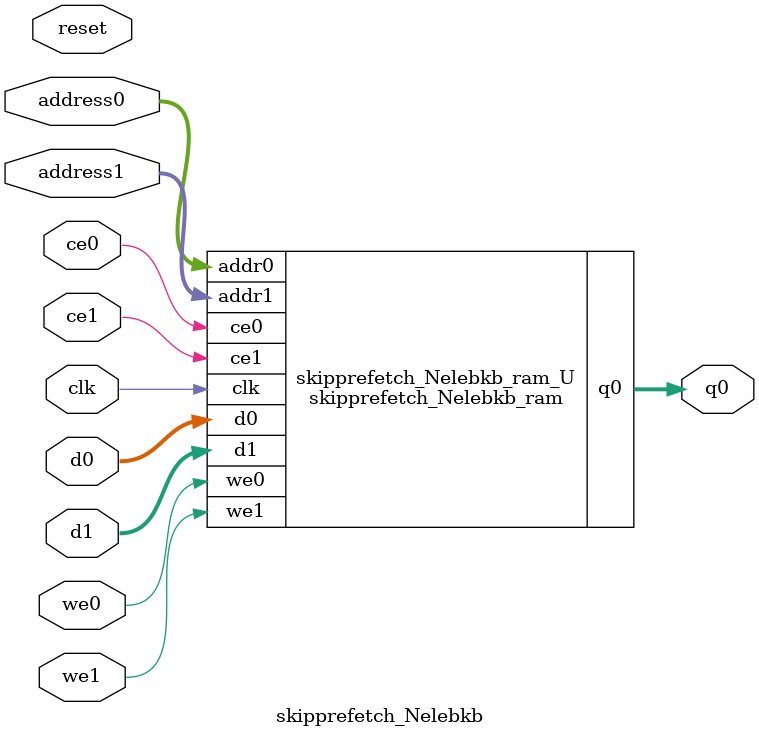
<source format=v>

`timescale 1 ns / 1 ps
module skipprefetch_Nelebkb_ram (addr0, ce0, d0, we0, q0, addr1, ce1, d1, we1,  clk);

parameter DWIDTH = 32;
parameter AWIDTH = 4;
parameter MEM_SIZE = 10;

input[AWIDTH-1:0] addr0;
input ce0;
input[DWIDTH-1:0] d0;
input we0;
output reg[DWIDTH-1:0] q0;
input[AWIDTH-1:0] addr1;
input ce1;
input[DWIDTH-1:0] d1;
input we1;
input clk;

(* ram_style = "block" *)reg [DWIDTH-1:0] ram[0:MEM_SIZE-1];




always @(posedge clk)  
begin 
    if (ce0) 
    begin
        if (we0) 
        begin 
            ram[addr0] <= d0; 
            q0 <= d0;
        end 
        else 
            q0 <= ram[addr0];
    end
end


always @(posedge clk)  
begin 
    if (ce1) 
    begin
        if (we1) 
        begin 
            ram[addr1] <= d1; 
        end 
    end
end


endmodule


`timescale 1 ns / 1 ps
module skipprefetch_Nelebkb(
    reset,
    clk,
    address0,
    ce0,
    we0,
    d0,
    q0,
    address1,
    ce1,
    we1,
    d1);

parameter DataWidth = 32'd32;
parameter AddressRange = 32'd10;
parameter AddressWidth = 32'd4;
input reset;
input clk;
input[AddressWidth - 1:0] address0;
input ce0;
input we0;
input[DataWidth - 1:0] d0;
output[DataWidth - 1:0] q0;
input[AddressWidth - 1:0] address1;
input ce1;
input we1;
input[DataWidth - 1:0] d1;



skipprefetch_Nelebkb_ram skipprefetch_Nelebkb_ram_U(
    .clk( clk ),
    .addr0( address0 ),
    .ce0( ce0 ),
    .d0( d0 ),
    .we0( we0 ),
    .q0( q0 ),
    .addr1( address1 ),
    .ce1( ce1 ),
    .d1( d1 ),
    .we1( we1 ));

endmodule


</source>
